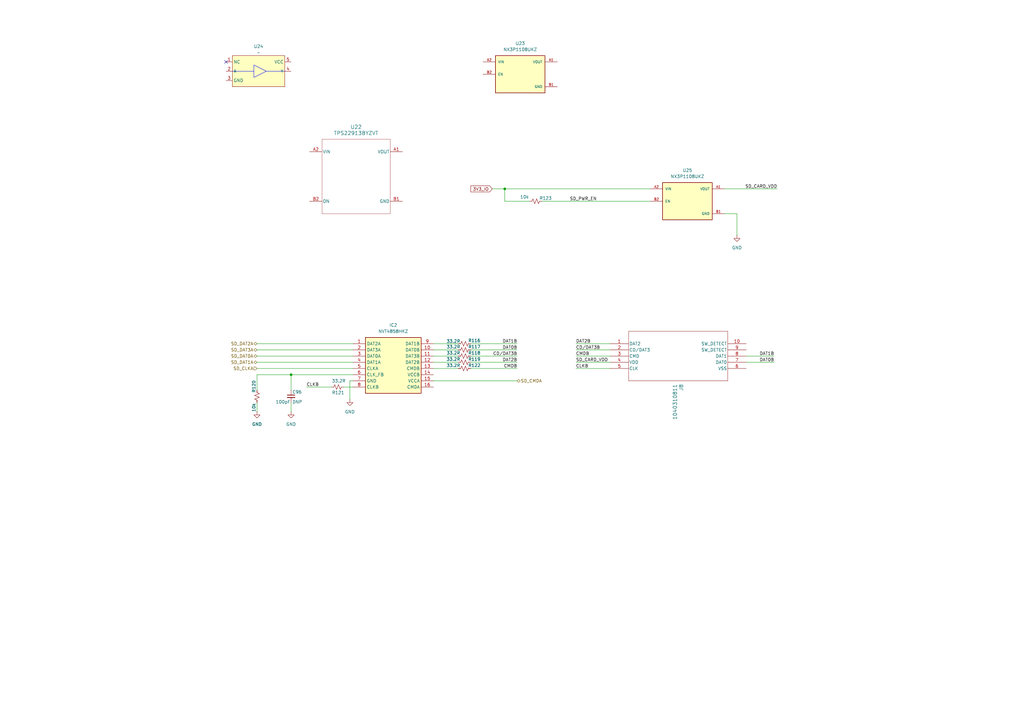
<source format=kicad_sch>
(kicad_sch (version 20250114) (generator "eeschema") (generator_version "9.0")
  (paper "A3")
  (lib_symbols
    (symbol "74AUP1G04GW:74AUP1G04GW-Q100"
      (property "Reference" "U" (at 3.302 3.556 0))
      (symbol "74AUP1G04GW-Q100_1_1"
        (rectangle (start -6.35 5.08) (end 15.24 -7.62) (fill (type background)))
        (polyline (pts (xy 2.54 1.27) (xy 2.54 -3.81) (xy 7.62 -1.27) (xy 2.54 1.27)) (stroke (width 0) (color 0 0 255 1)))
        (polyline (pts (xy 2.54 -1.27) (xy -6.35 -1.27)) (stroke (width 0) (color 0 0 255 1)))
        (polyline (pts (xy 7.62 -1.27) (xy 15.24 -1.27)) (stroke (width 0) (color 0 0 255 1)))
        (pin passive line (at -8.89 2.54 0) (length 2.54) (name "NC") (number "1"))
        (pin passive line (at -8.89 -1.27 0) (length 2.54) (name "A") (number "2"))
        (pin passive line (at -8.89 -5.08 0) (length 2.54) (name "GND") (number "3"))
        (pin passive line (at 17.78 2.54 180) (length 2.54) (name "VCC") (number "5"))
        (pin passive line (at 17.78 -1.27 180) (length 2.54) (name "Y") (number "4"))
      )
    )
    (symbol "Device:C_Small" (pin_numbers (hide yes)) (pin_names (offset 0.254) (hide yes))
      (property "Reference" "C" (at 0.254 1.778 0))
      (property "Value" "C_Small" (at 0.254 -2.032 0))
      (symbol "C_Small_0_1"
        (polyline (pts (xy -1.524 0.508) (xy 1.524 0.508)) (stroke (width 0.3048)))
        (polyline (pts (xy -1.524 -0.508) (xy 1.524 -0.508)) (stroke (width 0.3302)))
      )
      (symbol "C_Small_1_1"
        (pin passive line (at 0 2.54 270) (length 2.032) (name "~") (number "1"))
        (pin passive line (at 0 -2.54 90) (length 2.032) (name "~") (number "2"))
      )
    )
    (symbol "Device:R_Small_US" (pin_numbers (hide yes)) (pin_names (offset 0.254) (hide yes))
      (property "Reference" "R" (at 0.762 0.508 0))
      (property "Value" "R_Small_US" (at 0.762 -1.016 0))
      (symbol "R_Small_US_1_1"
        (polyline (pts (xy 0 1.524) (xy 1.016 1.143) (xy 0 0.762) (xy -1.016 0.381) (xy 0 0)))
        (polyline (pts (xy 0 0) (xy 1.016 -0.381) (xy 0 -0.762) (xy -1.016 -1.143) (xy 0 -1.524)))
        (pin passive line (at 0 2.54 270) (length 1.016) (name "~") (number "1"))
        (pin passive line (at 0 -2.54 90) (length 1.016) (name "~") (number "2"))
      )
    )
    (symbol "NVT4858HKZ:NVT4858HKZ"
      (property "Reference" "IC" (at 16.002 6.858 0))
      (property "Value" "NVT4858HKZ" (at 11.176 4.826 0))
      (symbol "NVT4858HKZ_1_1"
        (rectangle (start 5.08 2.54) (end 27.94 -20.32) (stroke (width 0.254)) (fill (type background)))
        (pin passive line (at 0 0 0) (length 5.08) (name "DAT2A") (number "1"))
        (pin passive line (at 0 -2.54 0) (length 5.08) (name "DAT3A") (number "2"))
        (pin passive line (at 0 -5.08 0) (length 5.08) (name "DAT0A") (number "3"))
        (pin passive line (at 0 -7.62 0) (length 5.08) (name "DAT1A") (number "4"))
        (pin passive line (at 0 -10.16 0) (length 5.08) (name "CLKA") (number "5"))
        (pin passive line (at 0 -12.7 0) (length 5.08) (name "CLK_FB") (number "6"))
        (pin passive line (at 0 -15.24 0) (length 5.08) (name "GND") (number "7"))
        (pin passive line (at 0 -17.78 0) (length 5.08) (name "CLKB") (number "8"))
        (pin passive line (at 33.02 0 180) (length 5.08) (name "DAT1B") (number "9"))
        (pin passive line (at 33.02 -2.54 180) (length 5.08) (name "DAT0B") (number "10"))
        (pin passive line (at 33.02 -5.08 180) (length 5.08) (name "DAT3B") (number "11"))
        (pin passive line (at 33.02 -7.62 180) (length 5.08) (name "DAT2B") (number "12"))
        (pin passive line (at 33.02 -10.16 180) (length 5.08) (name "CMDB") (number "13"))
        (pin passive line (at 33.02 -12.7 180) (length 5.08) (name "VCCB") (number "14"))
        (pin passive line (at 33.02 -15.24 180) (length 5.08) (name "VCCA") (number "15"))
        (pin passive line (at 33.02 -17.78 180) (length 5.08) (name "CMDA") (number "16"))
      )
    )
    (symbol "NX3P1108:NX3P1108UKZ" (pin_names (offset 1.016))
      (property "Reference" "U" (at -10.16 8.382 0))
      (property "Value" "NX3P1108UKZ" (at -10.16 -10.16 0))
      (symbol "NX3P1108UKZ_0_0"
        (rectangle (start -10.16 7.62) (end 10.16 -7.62) (stroke (width 0.254)) (fill (type background)))
        (pin input line (at -15.24 5.08 0) (length 5.08) (name "VIN") (number "A2"))
        (pin input line (at -15.24 0 0) (length 5.08) (name "EN") (number "B2"))
        (pin output line (at 15.24 5.08 180) (length 5.08) (name "VOUT") (number "A1"))
        (pin power_in line (at 15.24 -5.08 180) (length 5.08) (name "GND") (number "B1"))
      )
    )
    (symbol "PSEC5_ctrlbd:1040310811" (pin_names (offset 0.254))
      (property "Reference" "J" (at 27.94 10.16 0))
      (property "Value" "1040310811" (at 27.94 7.62 0))
      (symbol "1040310811_0_1"
        (polyline (pts (xy 7.62 5.08) (xy 7.62 -15.24)) (stroke (width 0.127)))
        (polyline (pts (xy 7.62 -15.24) (xy 48.26 -15.24)) (stroke (width 0.127)))
        (polyline (pts (xy 48.26 5.08) (xy 7.62 5.08)) (stroke (width 0.127)))
        (polyline (pts (xy 48.26 -15.24) (xy 48.26 5.08)) (stroke (width 0.127)))
        (pin bidirectional line (at 0 0 0) (length 7.62) (name "DAT2") (number "1"))
        (pin bidirectional line (at 0 -2.54 0) (length 7.62) (name "CD/DAT3") (number "2"))
        (pin unspecified line (at 0 -5.08 0) (length 7.62) (name "CMD") (number "3"))
        (pin unspecified line (at 0 -10.16 0) (length 7.62) (name "CLK") (number "5"))
        (pin unspecified line (at 55.88 0 180) (length 7.62) (name "SW_DETECT") (number "10"))
        (pin unspecified line (at 55.88 -2.54 180) (length 7.62) (name "SW_DETECT") (number "9"))
        (pin bidirectional line (at 55.88 -5.08 180) (length 7.62) (name "DAT1") (number "8"))
        (pin bidirectional line (at 55.88 -7.62 180) (length 7.62) (name "DAT0") (number "7"))
      )
      (symbol "1040310811_1_1"
        (pin power_in line (at 0 -7.62 0) (length 7.62) (name "VDD") (number "4"))
        (pin input line (at 55.88 -10.16 180) (length 7.62) (name "VSS") (number "6"))
      )
    )
    (symbol "TPS22913:TPS22913BYZVT" (pin_names (offset 0.254))
      (property "Reference" "U" (at 1.524 0.508 0))
      (property "Value" "TPS22913BYZVT" (at -2.286 16.51 0))
      (symbol "TPS22913BYZVT_0_1"
        (polyline (pts (xy -12.7 15.24) (xy -12.7 -15.24)) (stroke (width 0.1016)))
        (polyline (pts (xy -12.7 -15.24) (xy 15.24 -15.24)) (stroke (width 0.1016)))
        (polyline (pts (xy 15.24 15.24) (xy -12.7 15.24)) (stroke (width 0.1016)))
        (polyline (pts (xy 15.24 -15.24) (xy 15.24 15.24)) (stroke (width 0.1016)))
        (pin power_in line (at -17.78 10.16 0) (length 5.08) (name "VIN") (number "A2"))
        (pin input line (at -17.78 -10.16 0) (length 5.08) (name "ON") (number "B2"))
        (pin power_in line (at 20.32 10.16 180) (length 5.08) (name "VOUT") (number "A1"))
        (pin power_in line (at 20.32 -10.16 180) (length 5.08) (name "GND") (number "B1"))
      )
    )
    (symbol "power:GND" (power) (pin_numbers (hide yes)) (pin_names (offset 0) (hide yes))
      (property "Value" "GND" (at 0 -3.81 0))
      (symbol "GND_0_1"
        (polyline (pts (xy 0 0) (xy 0 -1.27) (xy 1.27 -1.27) (xy 0 -2.54) (xy -1.27 -1.27) (xy 0 -1.27)))
      )
      (symbol "GND_1_1"
        (pin power_in line (at 0 0 270) (length 0) (name "~") (number "1"))
      )
    )
  )
  (junction (at 119.38 153.67))
  (junction (at 207.01 77.47))
  (no_connect (at 92.71 25.4))
  (wire (pts (xy 297.18 87.63) (xy 302.26 87.63)))
  (wire (pts (xy 250.19 140.97) (xy 236.22 140.97)))
  (wire (pts (xy 222.25 82.55) (xy 266.7 82.55)))
  (wire (pts (xy 193.04 151.13) (xy 212.09 151.13)))
  (wire (pts (xy 125.73 158.75) (xy 135.89 158.75)))
  (wire (pts (xy 317.5 146.05) (xy 306.07 146.05)))
  (wire (pts (xy 250.19 151.13) (xy 236.22 151.13)))
  (wire (pts (xy 177.8 156.21) (xy 212.09 156.21)))
  (wire (pts (xy 177.8 146.05) (xy 187.96 146.05)))
  (wire (pts (xy 105.41 153.67) (xy 105.41 160.02)))
  (wire (pts (xy 207.01 77.47) (xy 266.7 77.47)))
  (wire (pts (xy 250.19 143.51) (xy 236.22 143.51)))
  (wire (pts (xy 193.04 146.05) (xy 212.09 146.05)))
  (wire (pts (xy 119.38 153.67) (xy 144.78 153.67)))
  (wire (pts (xy 177.8 148.59) (xy 187.96 148.59)))
  (wire (pts (xy 105.41 165.1) (xy 105.41 168.91)))
  (wire (pts (xy 105.41 143.51) (xy 144.78 143.51)))
  (wire (pts (xy 236.22 148.59) (xy 250.19 148.59)))
  (wire (pts (xy 302.26 87.63) (xy 302.26 96.52)))
  (wire (pts (xy 297.18 77.47) (xy 318.77 77.47)))
  (wire (pts (xy 207.01 77.47) (xy 207.01 82.55)))
  (wire (pts (xy 250.19 146.05) (xy 236.22 146.05)))
  (wire (pts (xy 177.8 140.97) (xy 187.96 140.97)))
  (wire (pts (xy 105.41 140.97) (xy 144.78 140.97)))
  (wire (pts (xy 119.38 165.1) (xy 119.38 168.91)))
  (wire (pts (xy 201.93 77.47) (xy 207.01 77.47)))
  (wire (pts (xy 207.01 82.55) (xy 217.17 82.55)))
  (wire (pts (xy 105.41 148.59) (xy 144.78 148.59)))
  (wire (pts (xy 140.97 158.75) (xy 144.78 158.75)))
  (wire (pts (xy 193.04 143.51) (xy 212.09 143.51)))
  (wire (pts (xy 193.04 140.97) (xy 212.09 140.97)))
  (wire (pts (xy 193.04 148.59) (xy 212.09 148.59)))
  (wire (pts (xy 143.51 156.21) (xy 144.78 156.21)))
  (wire (pts (xy 119.38 153.67) (xy 119.38 160.02)))
  (wire (pts (xy 177.8 143.51) (xy 187.96 143.51)))
  (wire (pts (xy 105.41 146.05) (xy 144.78 146.05)))
  (wire (pts (xy 105.41 151.13) (xy 144.78 151.13)))
  (wire (pts (xy 143.51 156.21) (xy 143.51 163.83)))
  (wire (pts (xy 177.8 151.13) (xy 187.96 151.13)))
  (wire (pts (xy 119.38 153.67) (xy 105.41 153.67)))
  (wire (pts (xy 317.5 148.59) (xy 306.07 148.59)))
  (label "DAT1B" (at 317.5 146.05 180))
  (label "DAT2B" (at 212.09 148.59 180))
  (label "DAT1B" (at 212.09 140.97 180))
  (label "SD_PWR_EN" (at 233.68 82.55 0))
  (label "DAT2B" (at 236.22 140.97 0))
  (label "CMDB" (at 236.22 146.05 0))
  (label "CMDB" (at 212.09 151.13 180))
  (label "DAT0B" (at 317.5 148.59 180))
  (label "CLKB" (at 125.73 158.75 0))
  (label "CD{slash}DAT3B" (at 236.22 143.51 0))
  (label "SD_CARD_VDD" (at 236.22 148.59 0))
  (label "DAT0B" (at 212.09 143.51 180))
  (label "CLKB" (at 236.22 151.13 0))
  (label "SD_CARD_VDD" (at 318.77 77.47 180))
  (label "CD{slash}DAT3B" (at 212.09 146.05 180))
  (global_label "3V3_IO" (shape input) (at 201.93 77.47 180) (property "Intersheetrefs" "${INTERSHEET_REFS}" (effects (hide yes))))
  (hierarchical_label "SD_DAT2A" (shape bidirectional) (at 105.41 140.97 180))
  (hierarchical_label "SD_DAT3A" (shape bidirectional) (at 105.41 143.51 180))
  (hierarchical_label "SD_CLKA" (shape input) (at 105.41 151.13 180))
  (hierarchical_label "SD_DAT1A" (shape bidirectional) (at 105.41 148.59 180))
  (hierarchical_label "SD_CMDA" (shape bidirectional) (at 212.09 156.21 0))
  (hierarchical_label "SD_DAT0A" (shape bidirectional) (at 105.41 146.05 180))
  (symbol (lib_id "Device:R_Small_US") (at 190.5 140.97 90) (unit 1)
    (property "Reference" "R116" (at 194.564 139.7 90))
    (property "Value" "33.2R" (at 185.928 139.954 90))
    (property "Footprint" "Resistor_SMD:R_0603_1608Metric" (effects (hide yes)))
    (property "Description" "Resistor, small US symbol" (effects (hide yes)))
  )
  (symbol (lib_id "power:GND") (at 143.51 163.83 0) (unit 1)
    (property "Reference" "#PWR0130" (effects (hide yes)))
    (property "Value" "GND" (at 143.51 168.91 0))
    (property "Description" "Power symbol creates a global label with name \"GND\" , ground" (effects (hide yes)))
  )
  (symbol (lib_id "Device:R_Small_US") (at 138.43 158.75 90) (unit 1)
    (property "Reference" "R121" (at 138.684 161.036 90))
    (property "Value" "33.2R" (at 138.938 156.21 90))
    (property "Footprint" "Resistor_SMD:R_0603_1608Metric" (effects (hide yes)))
    (property "Description" "Resistor, small US symbol" (effects (hide yes)))
  )
  (symbol (lib_id "Device:R_Small_US") (at 190.5 143.51 90) (unit 1)
    (property "Reference" "R117" (at 194.564 142.24 90))
    (property "Value" "33.2R" (at 185.928 142.24 90))
    (property "Footprint" "Resistor_SMD:R_0603_1608Metric" (effects (hide yes)))
    (property "Description" "Resistor, small US symbol" (effects (hide yes)))
  )
  (symbol (lib_id "74AUP1G04GW:74AUP1G04GW-Q100") (at 101.6 27.94 0) (unit 1)
    (property "Reference" "U24" (at 106.045 19.05 0))
    (property "Value" "~" (at 106.045 21.59 0))
    (property "Footprint" "Package_TO_SOT_SMD:SOT-353_SC-70-5" (effects (hide yes)))
  )
  (symbol (lib_id "Device:R_Small_US") (at 105.41 162.56 180) (unit 1)
    (property "Reference" "R120" (at 104.14 158.496 90))
    (property "Value" "10k" (at 104.14 167.132 90))
    (property "Footprint" "Resistor_SMD:R_0603_1608Metric" (effects (hide yes)))
    (property "Description" "Resistor, small US symbol" (effects (hide yes)))
  )
  (symbol (lib_id "TPS22913:TPS22913BYZVT") (at 144.78 72.39 0) (unit 1)
    (property "Reference" "U22" (at 146.05 52.07 0) (effects (font (size 1.524 1.524))))
    (property "Value" "TPS22913BYZVT" (at 146.05 54.61 0) (effects (font (size 1.524 1.524))))
    (property "Footprint" "TPS22913:TPS22913BYZVT" (effects (hide yes)))
    (property "Datasheet" "https://www.ti.com/lit/gpn/tps22913" (effects (hide yes)))
  )
  (symbol (lib_id "Device:R_Small_US") (at 190.5 151.13 90) (unit 1)
    (property "Reference" "R122" (at 194.564 149.86 90))
    (property "Value" "33.2R" (at 185.928 149.86 90))
    (property "Footprint" "Resistor_SMD:R_0603_1608Metric" (effects (hide yes)))
    (property "Description" "Resistor, small US symbol" (effects (hide yes)))
  )
  (symbol (lib_id "Device:C_Small") (at 119.38 162.56 0) (unit 1)
    (property "Reference" "C96" (at 119.888 160.782 0) (effects (justify left)))
    (property "Value" "100pF DNP" (at 113.03 164.846 0) (effects (justify left)))
    (property "Footprint" "Capacitor_SMD:C_0603_1608Metric" (effects (hide yes)))
    (property "Description" "Unpolarized capacitor, small symbol" (effects (hide yes)))
  )
  (symbol (lib_id "Device:R_Small_US") (at 219.71 82.55 90) (unit 1)
    (property "Reference" "R123" (at 223.774 81.28 90))
    (property "Value" "10k" (at 215.138 80.772 90))
    (property "Footprint" "Resistor_SMD:R_0603_1608Metric" (effects (hide yes)))
    (property "Description" "Resistor, small US symbol" (effects (hide yes)))
  )
  (symbol (lib_id "NX3P1108:NX3P1108UKZ") (at 213.36 30.48 0) (unit 1)
    (property "Reference" "U23" (at 213.36 17.78 0))
    (property "Value" "NX3P1108UKZ" (at 213.36 20.32 0))
    (property "Footprint" "NX3P1108:BGA4C50P2X2_97X97X58N" (effects (hide yes)))
    (property "MF" "NXP Semiconductors" (effects (hide yes)))
    (property "Purchase-URL" "https://pricing.snapeda.com/search/part/NX3P1108UKZ/?ref=eda" (effects (hide yes)))
    (property "Package" "WLCSP-4 NXP Semiconductors" (effects (hide yes)))
    (property "Price" "None" (effects (hide yes)))
    (property "MP" "NX3P1108UKZ" (effects (hide yes)))
    (property "Availability" "In Stock" (effects (hide yes)))
    (property "Description_1" "Power Switch/Driver 1:1 P-Channel 1.5A 4-WLCSP (0.96x0.96)" (effects (hide yes)))
  )
  (symbol (lib_id "NVT4858HKZ:NVT4858HKZ") (at 144.78 140.97 0) (unit 1)
    (property "Reference" "IC2" (at 161.29 133.35 0))
    (property "Value" "NVT4858HKZ" (at 161.29 135.89 0))
    (property "Footprint" "NVT4858HKZ" (effects (hide yes)))
    (property "Datasheet" "https://www.nxp.com/part/NVT4858HK#/" (effects (hide yes)))
    (property "Description" "Translation - Voltage Levels SD 3.0-SDR104 compliant integrated auto-direction control memory card with EMI filter and ESD protection without LDO" (effects (hide yes)))
    (property "Height" "0.5" (effects (hide yes)))
    (property "Manufacturer_Name" "NXP" (effects (hide yes)))
    (property "Manufacturer_Part_Number" "NVT4858HKZ" (effects (hide yes)))
    (property "Mouser Part Number" "771-NVT4858HKZ" (effects (hide yes)))
    (property "Mouser Price/Stock" "https://www.mouser.co.uk/ProductDetail/NXP-Semiconductors/NVT4858HKZ?qs=TuK3vfAjtkUQFuqXj%252BGfyA%3D%3D" (effects (hide yes)))
    (property "Arrow Part Number" "NVT4858HKZ" (effects (hide yes)))
    (property "Arrow Price/Stock" "https://www.arrow.com/en/products/nvt4858hkz/nxp-semiconductors?region=nac" (effects (hide yes)))
  )
  (symbol (lib_id "Device:R_Small_US") (at 190.5 148.59 90) (unit 1)
    (property "Reference" "R119" (at 194.564 147.32 90))
    (property "Value" "33.2R" (at 185.928 147.32 90))
    (property "Footprint" "Resistor_SMD:R_0603_1608Metric" (effects (hide yes)))
    (property "Description" "Resistor, small US symbol" (effects (hide yes)))
  )
  (symbol (lib_id "power:GND") (at 302.26 96.52 0) (unit 1)
    (property "Reference" "#PWR0133" (effects (hide yes)))
    (property "Value" "GND" (at 302.26 101.6 0))
    (property "Description" "Power symbol creates a global label with name \"GND\" , ground" (effects (hide yes)))
  )
  (symbol (lib_id "NX3P1108:NX3P1108UKZ") (at 281.94 82.55 0) (unit 1)
    (property "Reference" "U25" (at 281.94 69.85 0))
    (property "Value" "NX3P1108UKZ" (at 281.94 72.39 0))
    (property "Footprint" "NX3P1108:BGA4C50P2X2_97X97X58N" (effects (hide yes)))
    (property "MF" "NXP Semiconductors" (effects (hide yes)))
    (property "Purchase-URL" "https://pricing.snapeda.com/search/part/NX3P1108UKZ/?ref=eda" (effects (hide yes)))
    (property "Package" "WLCSP-4 NXP Semiconductors" (effects (hide yes)))
    (property "Price" "None" (effects (hide yes)))
    (property "MP" "NX3P1108UKZ" (effects (hide yes)))
    (property "Availability" "In Stock" (effects (hide yes)))
    (property "Description_1" "Power Switch/Driver 1:1 P-Channel 1.5A 4-WLCSP (0.96x0.96)" (effects (hide yes)))
  )
  (symbol (lib_id "power:GND") (at 105.41 168.91 0) (unit 1)
    (property "Reference" "#PWR0132" (effects (hide yes)))
    (property "Value" "GND" (at 105.41 173.99 0))
    (property "Description" "Power symbol creates a global label with name \"GND\" , ground" (effects (hide yes)))
  )
  (symbol (lib_id "PSEC5_ctrlbd:1040310811") (at 250.19 140.97 0) (unit 1)
    (property "Reference" "J8" (at 279.4001 157.48 90) (effects (font (size 1.524 1.524)) (justify right)))
    (property "Value" "1040310811" (at 276.8601 157.48 90) (effects (font (size 1.524 1.524)) (justify right)))
    (property "Footprint" "1040310811:104031-0811_MOL" (effects (hide yes)))
    (property "Datasheet" "1040310811" (effects (hide yes)))
  )
  (symbol (lib_id "power:GND") (at 119.38 168.91 0) (unit 1)
    (property "Reference" "#PWR0131" (effects (hide yes)))
    (property "Value" "GND" (at 119.38 173.99 0))
    (property "Description" "Power symbol creates a global label with name \"GND\" , ground" (effects (hide yes)))
  )
  (symbol (lib_id "Device:R_Small_US") (at 190.5 146.05 90) (unit 1)
    (property "Reference" "R118" (at 194.564 144.78 90))
    (property "Value" "33.2R" (at 185.928 144.78 90))
    (property "Footprint" "Resistor_SMD:R_0603_1608Metric" (effects (hide yes)))
    (property "Description" "Resistor, small US symbol" (effects (hide yes)))
  )
)
</source>
